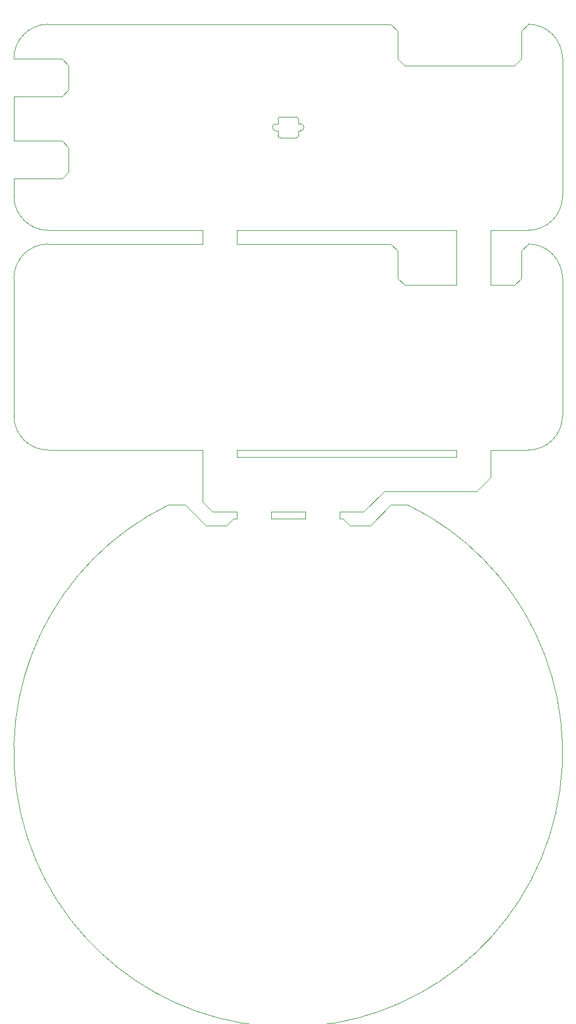
<source format=gbr>
G04 #@! TF.GenerationSoftware,KiCad,Pcbnew,7.0.4-40-g0180cb380f*
G04 #@! TF.CreationDate,2023-07-05T14:48:10-07:00*
G04 #@! TF.ProjectId,IotKnob,496f744b-6e6f-4622-9e6b-696361645f70,rev?*
G04 #@! TF.SameCoordinates,Original*
G04 #@! TF.FileFunction,Profile,NP*
%FSLAX46Y46*%
G04 Gerber Fmt 4.6, Leading zero omitted, Abs format (unit mm)*
G04 Created by KiCad (PCBNEW 7.0.4-40-g0180cb380f) date 2023-07-05 14:48:10*
%MOMM*%
%LPD*%
G01*
G04 APERTURE LIST*
G04 #@! TA.AperFunction,Profile*
%ADD10C,0.050000*%
G04 #@! TD*
G04 #@! TA.AperFunction,Profile*
%ADD11C,0.038100*%
G04 #@! TD*
G04 #@! TA.AperFunction,Profile*
%ADD12C,0.120000*%
G04 #@! TD*
G04 APERTURE END LIST*
D10*
X92500000Y-57000000D02*
X124500000Y-57000000D01*
X130000000Y-56000000D02*
X135000000Y-56000000D01*
X93000000Y-56000000D02*
X124000000Y-56000000D01*
X87500000Y-63500000D02*
X87500000Y-57000000D01*
X129500000Y-57000000D02*
X129500000Y-60000000D01*
X124000000Y-24000000D02*
X93000000Y-24000000D01*
X135000000Y-24000000D02*
X130000000Y-24000000D01*
X140000000Y1000000D02*
X140000000Y-19000000D01*
X115000000Y-26000000D02*
X93000000Y-26000000D01*
X133000000Y-32000000D02*
X130000000Y-32000000D01*
X124500000Y-31000000D02*
X124500000Y-25000000D01*
X129500000Y-31000000D02*
X129500000Y-25000000D01*
X89000000Y-65000000D02*
X87500000Y-63500000D01*
X92500000Y-65000000D02*
X89000000Y-65000000D01*
X102500000Y-65000000D02*
X97500000Y-65000000D01*
X111000000Y-65000000D02*
X107500000Y-65000000D01*
X114000000Y-62000000D02*
X111000000Y-65000000D01*
X127500000Y-62000000D02*
X114000000Y-62000000D01*
X129500000Y-60000000D02*
X127500000Y-62000000D01*
D11*
X67000000Y-16500000D02*
X68000000Y-15500000D01*
X67000000Y-11000000D02*
X60000000Y-11000000D01*
X60000000Y-4500000D02*
X67000000Y-4500000D01*
X134000000Y1000000D02*
X133000000Y0D01*
X135000000Y6000000D02*
X134000000Y5000000D01*
X116000000Y5000000D02*
X115000000Y6000000D01*
X140000000Y1000000D02*
G75*
G03*
X135000000Y6000000I-5000000J0D01*
G01*
X68000000Y-3500000D02*
X68000000Y0D01*
X60000000Y-11000000D02*
X60000000Y-4500000D01*
X68000000Y-12000000D02*
X67000000Y-11000000D01*
X65000000Y6000000D02*
G75*
G03*
X60000000Y1000000I0J-5000000D01*
G01*
X117000000Y0D02*
X116000000Y1000000D01*
X68000000Y0D02*
X67000000Y1000000D01*
X116000000Y1000000D02*
X116000000Y5000000D01*
X135000000Y-24000000D02*
G75*
G03*
X140000000Y-19000000I0J5000000D01*
G01*
X67000000Y-4500000D02*
X68000000Y-3500000D01*
X65000000Y6000000D02*
X115000000Y6000000D01*
X60000000Y-16500000D02*
X67000000Y-16500000D01*
X60000000Y-19000000D02*
G75*
G03*
X65000000Y-24000000I5000000J0D01*
G01*
X87000000Y-24000000D02*
X65000000Y-24000000D01*
X68000000Y-15500000D02*
X68000000Y-12000000D01*
X67000000Y1000000D02*
X60000000Y1000000D01*
X133000000Y0D02*
X117000000Y0D01*
X60000000Y-19000000D02*
X60000000Y-16500000D01*
X134000000Y5000000D02*
X134000000Y1000000D01*
X134000000Y-31000000D02*
X133000000Y-32000000D01*
X134000000Y-27000000D02*
X134000000Y-31000000D01*
X60000000Y-51000000D02*
X60000000Y-31000000D01*
X65000000Y-26000000D02*
G75*
G03*
X60000000Y-31000000I0J-5000000D01*
G01*
X140000000Y-31000000D02*
G75*
G03*
X135000000Y-26000000I-5000000J0D01*
G01*
X116000000Y-27000000D02*
X115000000Y-26000000D01*
X117000000Y-32000000D02*
X116000000Y-31000000D01*
X140000000Y-31000000D02*
X140000000Y-51000000D01*
X135000000Y-26000000D02*
X134000000Y-27000000D01*
X65000000Y-26000000D02*
X87000000Y-26000000D01*
X124000000Y-32000000D02*
X117000000Y-32000000D01*
X60000000Y-51000000D02*
G75*
G03*
X65000000Y-56000000I5000000J0D01*
G01*
X116000000Y-31000000D02*
X116000000Y-27000000D01*
X135000000Y-56000000D02*
G75*
G03*
X140000000Y-51000000I0J5000000D01*
G01*
X87000000Y-56000000D02*
X65000000Y-56000000D01*
X88000000Y-67000000D02*
X91000000Y-67000000D01*
X85000000Y-64000000D02*
X88000000Y-67000000D01*
X98000000Y-66000000D02*
X102000000Y-66000000D01*
X82550000Y-64000002D02*
G75*
G03*
X117450000Y-64000002I17450000J-35999998D01*
G01*
X117450000Y-64000000D02*
X115000000Y-64000000D01*
X108000000Y-66000000D02*
X109000000Y-67000000D01*
X112000000Y-67000000D02*
X109000000Y-67000000D01*
X91000000Y-67000000D02*
X92000000Y-66000000D01*
X82550000Y-64000000D02*
X85000000Y-64000000D01*
X115000000Y-64000000D02*
X112000000Y-67000000D01*
D12*
X124000000Y-56000000D02*
X124500000Y-56000000D01*
X124500000Y-57000000D02*
X124500000Y-56000000D01*
X129500000Y-56000000D02*
X129500000Y-57000000D01*
X129500000Y-56000000D02*
X130000000Y-56000000D01*
X92500000Y-56000000D02*
X93000000Y-56000000D01*
X92500000Y-56000000D02*
X92500000Y-57000000D01*
X87500000Y-57000000D02*
X87500000Y-56000000D01*
X87000000Y-56000000D02*
X87500000Y-56000000D01*
X124000000Y-24000000D02*
X124500000Y-24000000D01*
X124500000Y-25000000D02*
X124500000Y-24000000D01*
X129500000Y-24000000D02*
X129500000Y-25000000D01*
X129500000Y-24000000D02*
X130000000Y-24000000D01*
X130000000Y-32000000D02*
X129500000Y-32000000D01*
X129500000Y-31000000D02*
X129500000Y-32000000D01*
X124500000Y-32000000D02*
X124500000Y-31000000D01*
X124500000Y-32000000D02*
X124000000Y-32000000D01*
X87000000Y-24000000D02*
X87500000Y-24000000D01*
X87500000Y-25000000D02*
X87500000Y-24000000D01*
X92500000Y-24000000D02*
X92500000Y-25000000D01*
X92500000Y-24000000D02*
X93000000Y-24000000D01*
X93000000Y-26000000D02*
X92500000Y-26000000D01*
X92500000Y-25000000D02*
X92500000Y-26000000D01*
X87500000Y-26000000D02*
X87500000Y-25000000D01*
X87500000Y-26000000D02*
X87000000Y-26000000D01*
X108000000Y-66000000D02*
X107500000Y-66000000D01*
X107500000Y-65000000D02*
X107500000Y-66000000D01*
X102500000Y-66000000D02*
X102500000Y-65000000D01*
X102500000Y-66000000D02*
X102000000Y-66000000D01*
X92500000Y-66000000D02*
X92500000Y-65000000D01*
X97500000Y-65000000D02*
X97500000Y-66000000D01*
X98000000Y-66000000D02*
X97500000Y-66000000D01*
X92500000Y-66000000D02*
X92000000Y-66000000D01*
D10*
X98800000Y-10500000D02*
X101200000Y-10500000D01*
X98200000Y-9500000D02*
X98500000Y-9500000D01*
X98500000Y-9500000D02*
X98500000Y-10200000D01*
X101500000Y-9500000D02*
X101500000Y-10200000D01*
X101800000Y-9500000D02*
X101500000Y-9500000D01*
X98200000Y-8500000D02*
X98500000Y-8500000D01*
X98500000Y-8500000D02*
X98500000Y-7800000D01*
X101500000Y-8500000D02*
X101800000Y-8500000D01*
X101500000Y-7800000D02*
X101500000Y-8500000D01*
X98800000Y-7500000D02*
X101200000Y-7500000D01*
X98500000Y-10200000D02*
G75*
G03*
X98800000Y-10500000I300000J0D01*
G01*
X101200000Y-10500000D02*
G75*
G03*
X101500000Y-10200000I0J300000D01*
G01*
X98200000Y-8500000D02*
G75*
G03*
X98200000Y-9500000I0J-500000D01*
G01*
X101800000Y-9500000D02*
G75*
G03*
X101800000Y-8500000I0J500000D01*
G01*
X98800000Y-7500000D02*
G75*
G03*
X98500000Y-7800000I0J-300000D01*
G01*
X101500000Y-7800000D02*
G75*
G03*
X101200000Y-7500000I-300000J0D01*
G01*
M02*

</source>
